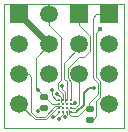
<source format=gbl>
%FSLAX44Y44*%
%MOMM*%
G71*
G01*
G75*
G04 Layer_Physical_Order=4*
G04 Layer_Color=16711680*
%ADD10R,1.2000X0.8000*%
G04:AMPARAMS|DCode=11|XSize=0.6mm|YSize=0.5mm|CornerRadius=0.05mm|HoleSize=0mm|Usage=FLASHONLY|Rotation=180.000|XOffset=0mm|YOffset=0mm|HoleType=Round|Shape=RoundedRectangle|*
%AMROUNDEDRECTD11*
21,1,0.6000,0.4000,0,0,180.0*
21,1,0.5000,0.5000,0,0,180.0*
1,1,0.1000,-0.2500,0.2000*
1,1,0.1000,0.2500,0.2000*
1,1,0.1000,0.2500,-0.2000*
1,1,0.1000,-0.2500,-0.2000*
%
%ADD11ROUNDEDRECTD11*%
%ADD12C,0.1000*%
%ADD13C,0.0800*%
%ADD14C,0.5000*%
%ADD15C,0.2000*%
%ADD16C,0.3000*%
%ADD17C,0.0750*%
%ADD18R,1.5000X1.5000*%
%ADD19C,1.5000*%
%ADD20C,0.3500*%
%ADD21C,0.4500*%
%ADD22C,0.2000*%
%ADD23C,0.0500*%
D11*
X84760Y34030D02*
D03*
Y25030D02*
D03*
X46530Y34920D02*
D03*
Y43920D02*
D03*
D12*
X90380Y61320D02*
X93720Y57980D01*
X90380Y61320D02*
Y98390D01*
X57180Y46830D02*
X60200Y43810D01*
X57180Y46400D02*
Y46830D01*
X60200Y43130D02*
Y43810D01*
X61950Y29470D02*
Y31040D01*
X58770Y26290D02*
X61950Y29470D01*
X75810Y78150D02*
X80290D01*
X66110Y68450D02*
X75810Y78150D01*
X66110Y59810D02*
Y68450D01*
X76200Y86130D02*
Y88900D01*
X63150Y73080D02*
X76200Y86130D01*
X63150Y59620D02*
Y73080D01*
X39300Y77400D02*
X50800Y88900D01*
X39300Y52080D02*
Y77400D01*
Y52080D02*
X41360Y50020D01*
X76200Y37990D02*
Y63500D01*
X72750Y34540D02*
X76200Y37990D01*
X68950Y34540D02*
X72750D01*
X80290Y78150D02*
X85250Y83110D01*
Y95960D01*
X76200Y105010D02*
X85250Y95960D01*
X76200Y105010D02*
Y114300D01*
X101600Y38100D02*
Y42580D01*
X68950Y38040D02*
X71540D01*
X72670Y39170D01*
X63580Y26930D02*
X65450Y28800D01*
Y31040D01*
X68950D02*
X73670D01*
X50800Y104780D02*
Y114300D01*
Y104780D02*
X60760Y94820D01*
X63150Y59620D02*
X65450Y57320D01*
Y41540D02*
Y57320D01*
X66110Y59810D02*
X68950Y56970D01*
Y41540D02*
Y56970D01*
X57990Y50800D02*
X61950Y46840D01*
X57990Y50800D02*
Y56020D01*
X60760Y58790D01*
Y94820D01*
X61950Y41540D02*
Y46840D01*
X90380Y98390D02*
X93870Y101880D01*
X41830Y34920D02*
X46530D01*
X54960Y27550D02*
X58450Y31040D01*
X25400Y38100D02*
X38360Y25140D01*
X47675D01*
X39640Y32730D02*
X41830Y34920D01*
X41360Y50020D02*
X53340Y38040D01*
X12000Y17660D02*
Y122950D01*
X114000Y17660D02*
Y122950D01*
X12000Y17660D02*
X114000D01*
X12000Y122950D02*
X114000D01*
D13*
X63700Y43130D02*
Y48400D01*
X61480Y50620D02*
X63700Y48400D01*
X61480Y50620D02*
Y53260D01*
X93720Y44130D02*
Y57980D01*
X92080Y46320D02*
Y55800D01*
X87610Y60270D02*
X92080Y55800D01*
X87610Y60270D02*
Y111380D01*
X52530Y45620D02*
Y49880D01*
Y45620D02*
X56610Y41540D01*
X58770Y25230D02*
Y26290D01*
X84690Y38930D02*
X92080Y46320D01*
X84690Y35790D02*
Y38930D01*
X90520Y40930D02*
X93720Y44130D01*
X90520Y27950D02*
Y40930D01*
X82980Y35790D02*
X84690D01*
X75050Y27860D02*
X82980Y35790D01*
X68790Y27860D02*
X75050D01*
X88150Y25580D02*
X90520Y27950D01*
X85900Y25580D02*
X88150D01*
X84690Y26790D02*
X85900Y25580D01*
X25400Y63500D02*
X33370D01*
X35390Y61480D01*
X56610Y41540D02*
X58450D01*
X67200Y29450D02*
X68790Y27860D01*
X87610Y111380D02*
X90530Y114300D01*
X101600D01*
X53340Y38040D02*
X58450D01*
X57075Y34540D02*
X58450D01*
X35390Y31190D02*
Y61480D01*
X47675Y25140D02*
X57075Y34540D01*
X35390Y31190D02*
X39140Y27440D01*
X46880D01*
X55730Y36290D01*
D14*
X25400Y114300D02*
X50800Y88900D01*
D15*
X84220Y52040D02*
X88290D01*
X80030Y47850D02*
X84220Y52040D01*
X80030Y37400D02*
Y47850D01*
X73670Y31040D02*
X80030Y37400D01*
D17*
X63700Y39790D02*
X65450Y38040D01*
X60200Y36290D02*
X61950Y34540D01*
X60200Y39790D02*
X61950Y38040D01*
X65450Y34540D02*
X67200Y32790D01*
D18*
X76200Y114300D02*
D03*
X101600D02*
D03*
X25400D02*
D03*
D19*
X50800D02*
D03*
X76200Y88900D02*
D03*
X50800D02*
D03*
X76200Y63500D02*
D03*
X50800D02*
D03*
X101600D02*
D03*
Y88900D02*
D03*
Y38100D02*
D03*
X25400Y63500D02*
D03*
Y88900D02*
D03*
Y38100D02*
D03*
D20*
X52530Y49880D02*
D03*
X57180Y46400D02*
D03*
X40840Y32630D02*
D03*
X41360Y50020D02*
D03*
X61480Y53260D02*
D03*
X72670Y39170D02*
D03*
X88290Y52040D02*
D03*
X63580Y26930D02*
D03*
X54200Y26790D02*
D03*
X58770Y25230D02*
D03*
D21*
X93870Y101880D02*
D03*
D22*
X68950Y31040D02*
D03*
Y34540D02*
D03*
Y38040D02*
D03*
Y41540D02*
D03*
X65450Y31040D02*
D03*
Y34540D02*
D03*
Y38040D02*
D03*
Y41540D02*
D03*
X61950Y31040D02*
D03*
Y34540D02*
D03*
Y38040D02*
D03*
Y41540D02*
D03*
X58450Y31040D02*
D03*
Y34540D02*
D03*
Y38040D02*
D03*
Y41540D02*
D03*
D23*
X63700Y39790D02*
Y43130D01*
X60200Y39790D02*
Y43130D01*
X67200Y29450D02*
Y32790D01*
X55730Y36290D02*
X60200D01*
M02*

</source>
